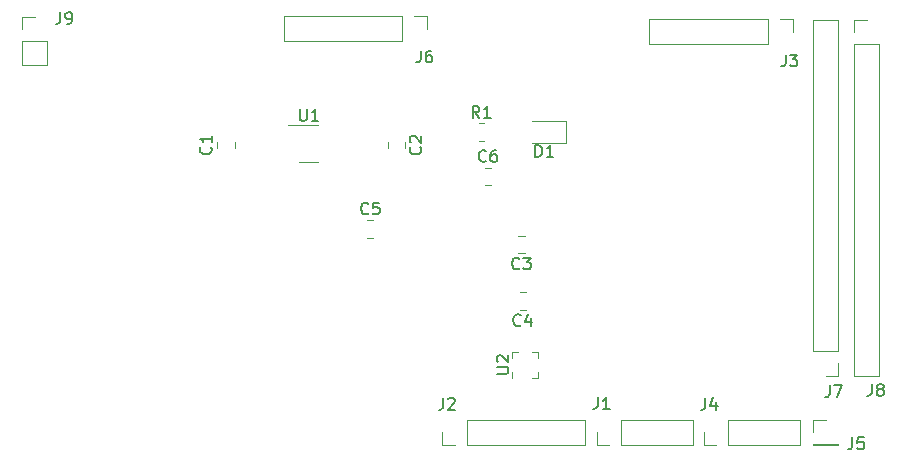
<source format=gbr>
%TF.GenerationSoftware,KiCad,Pcbnew,(6.0.0)*%
%TF.CreationDate,2023-10-14T17:08:09-04:00*%
%TF.ProjectId,Shield_Pins,53686965-6c64-45f5-9069-6e732e6b6963,rev?*%
%TF.SameCoordinates,Original*%
%TF.FileFunction,Legend,Top*%
%TF.FilePolarity,Positive*%
%FSLAX46Y46*%
G04 Gerber Fmt 4.6, Leading zero omitted, Abs format (unit mm)*
G04 Created by KiCad (PCBNEW (6.0.0)) date 2023-10-14 17:08:09*
%MOMM*%
%LPD*%
G01*
G04 APERTURE LIST*
%ADD10C,0.150000*%
%ADD11C,0.120000*%
G04 APERTURE END LIST*
D10*
%TO.C,J4*%
X149966666Y-103502380D02*
X149966666Y-104216666D01*
X149919047Y-104359523D01*
X149823809Y-104454761D01*
X149680952Y-104502380D01*
X149585714Y-104502380D01*
X150871428Y-103835714D02*
X150871428Y-104502380D01*
X150633333Y-103454761D02*
X150395238Y-104169047D01*
X151014285Y-104169047D01*
%TO.C,U1*%
X115638095Y-79052380D02*
X115638095Y-79861904D01*
X115685714Y-79957142D01*
X115733333Y-80004761D01*
X115828571Y-80052380D01*
X116019047Y-80052380D01*
X116114285Y-80004761D01*
X116161904Y-79957142D01*
X116209523Y-79861904D01*
X116209523Y-79052380D01*
X117209523Y-80052380D02*
X116638095Y-80052380D01*
X116923809Y-80052380D02*
X116923809Y-79052380D01*
X116828571Y-79195238D01*
X116733333Y-79290476D01*
X116638095Y-79338095D01*
%TO.C,C2*%
X125837142Y-82266666D02*
X125884761Y-82314285D01*
X125932380Y-82457142D01*
X125932380Y-82552380D01*
X125884761Y-82695238D01*
X125789523Y-82790476D01*
X125694285Y-82838095D01*
X125503809Y-82885714D01*
X125360952Y-82885714D01*
X125170476Y-82838095D01*
X125075238Y-82790476D01*
X124980000Y-82695238D01*
X124932380Y-82552380D01*
X124932380Y-82457142D01*
X124980000Y-82314285D01*
X125027619Y-82266666D01*
X125027619Y-81885714D02*
X124980000Y-81838095D01*
X124932380Y-81742857D01*
X124932380Y-81504761D01*
X124980000Y-81409523D01*
X125027619Y-81361904D01*
X125122857Y-81314285D01*
X125218095Y-81314285D01*
X125360952Y-81361904D01*
X125932380Y-81933333D01*
X125932380Y-81314285D01*
%TO.C,J1*%
X140866666Y-103452380D02*
X140866666Y-104166666D01*
X140819047Y-104309523D01*
X140723809Y-104404761D01*
X140580952Y-104452380D01*
X140485714Y-104452380D01*
X141866666Y-104452380D02*
X141295238Y-104452380D01*
X141580952Y-104452380D02*
X141580952Y-103452380D01*
X141485714Y-103595238D01*
X141390476Y-103690476D01*
X141295238Y-103738095D01*
%TO.C,J3*%
X156766666Y-74452380D02*
X156766666Y-75166666D01*
X156719047Y-75309523D01*
X156623809Y-75404761D01*
X156480952Y-75452380D01*
X156385714Y-75452380D01*
X157147619Y-74452380D02*
X157766666Y-74452380D01*
X157433333Y-74833333D01*
X157576190Y-74833333D01*
X157671428Y-74880952D01*
X157719047Y-74928571D01*
X157766666Y-75023809D01*
X157766666Y-75261904D01*
X157719047Y-75357142D01*
X157671428Y-75404761D01*
X157576190Y-75452380D01*
X157290476Y-75452380D01*
X157195238Y-75404761D01*
X157147619Y-75357142D01*
%TO.C,J6*%
X125866666Y-74102380D02*
X125866666Y-74816666D01*
X125819047Y-74959523D01*
X125723809Y-75054761D01*
X125580952Y-75102380D01*
X125485714Y-75102380D01*
X126771428Y-74102380D02*
X126580952Y-74102380D01*
X126485714Y-74150000D01*
X126438095Y-74197619D01*
X126342857Y-74340476D01*
X126295238Y-74530952D01*
X126295238Y-74911904D01*
X126342857Y-75007142D01*
X126390476Y-75054761D01*
X126485714Y-75102380D01*
X126676190Y-75102380D01*
X126771428Y-75054761D01*
X126819047Y-75007142D01*
X126866666Y-74911904D01*
X126866666Y-74673809D01*
X126819047Y-74578571D01*
X126771428Y-74530952D01*
X126676190Y-74483333D01*
X126485714Y-74483333D01*
X126390476Y-74530952D01*
X126342857Y-74578571D01*
X126295238Y-74673809D01*
%TO.C,J2*%
X127766666Y-103502380D02*
X127766666Y-104216666D01*
X127719047Y-104359523D01*
X127623809Y-104454761D01*
X127480952Y-104502380D01*
X127385714Y-104502380D01*
X128195238Y-103597619D02*
X128242857Y-103550000D01*
X128338095Y-103502380D01*
X128576190Y-103502380D01*
X128671428Y-103550000D01*
X128719047Y-103597619D01*
X128766666Y-103692857D01*
X128766666Y-103788095D01*
X128719047Y-103930952D01*
X128147619Y-104502380D01*
X128766666Y-104502380D01*
%TO.C,C3*%
X134233333Y-92537142D02*
X134185714Y-92584761D01*
X134042857Y-92632380D01*
X133947619Y-92632380D01*
X133804761Y-92584761D01*
X133709523Y-92489523D01*
X133661904Y-92394285D01*
X133614285Y-92203809D01*
X133614285Y-92060952D01*
X133661904Y-91870476D01*
X133709523Y-91775238D01*
X133804761Y-91680000D01*
X133947619Y-91632380D01*
X134042857Y-91632380D01*
X134185714Y-91680000D01*
X134233333Y-91727619D01*
X134566666Y-91632380D02*
X135185714Y-91632380D01*
X134852380Y-92013333D01*
X134995238Y-92013333D01*
X135090476Y-92060952D01*
X135138095Y-92108571D01*
X135185714Y-92203809D01*
X135185714Y-92441904D01*
X135138095Y-92537142D01*
X135090476Y-92584761D01*
X134995238Y-92632380D01*
X134709523Y-92632380D01*
X134614285Y-92584761D01*
X134566666Y-92537142D01*
%TO.C,C6*%
X131393333Y-83427142D02*
X131345714Y-83474761D01*
X131202857Y-83522380D01*
X131107619Y-83522380D01*
X130964761Y-83474761D01*
X130869523Y-83379523D01*
X130821904Y-83284285D01*
X130774285Y-83093809D01*
X130774285Y-82950952D01*
X130821904Y-82760476D01*
X130869523Y-82665238D01*
X130964761Y-82570000D01*
X131107619Y-82522380D01*
X131202857Y-82522380D01*
X131345714Y-82570000D01*
X131393333Y-82617619D01*
X132250476Y-82522380D02*
X132060000Y-82522380D01*
X131964761Y-82570000D01*
X131917142Y-82617619D01*
X131821904Y-82760476D01*
X131774285Y-82950952D01*
X131774285Y-83331904D01*
X131821904Y-83427142D01*
X131869523Y-83474761D01*
X131964761Y-83522380D01*
X132155238Y-83522380D01*
X132250476Y-83474761D01*
X132298095Y-83427142D01*
X132345714Y-83331904D01*
X132345714Y-83093809D01*
X132298095Y-82998571D01*
X132250476Y-82950952D01*
X132155238Y-82903333D01*
X131964761Y-82903333D01*
X131869523Y-82950952D01*
X131821904Y-82998571D01*
X131774285Y-83093809D01*
%TO.C,J7*%
X160516666Y-102452380D02*
X160516666Y-103166666D01*
X160469047Y-103309523D01*
X160373809Y-103404761D01*
X160230952Y-103452380D01*
X160135714Y-103452380D01*
X160897619Y-102452380D02*
X161564285Y-102452380D01*
X161135714Y-103452380D01*
%TO.C,C1*%
X108077142Y-82266666D02*
X108124761Y-82314285D01*
X108172380Y-82457142D01*
X108172380Y-82552380D01*
X108124761Y-82695238D01*
X108029523Y-82790476D01*
X107934285Y-82838095D01*
X107743809Y-82885714D01*
X107600952Y-82885714D01*
X107410476Y-82838095D01*
X107315238Y-82790476D01*
X107220000Y-82695238D01*
X107172380Y-82552380D01*
X107172380Y-82457142D01*
X107220000Y-82314285D01*
X107267619Y-82266666D01*
X108172380Y-81314285D02*
X108172380Y-81885714D01*
X108172380Y-81600000D02*
X107172380Y-81600000D01*
X107315238Y-81695238D01*
X107410476Y-81790476D01*
X107458095Y-81885714D01*
%TO.C,C5*%
X121433333Y-87877142D02*
X121385714Y-87924761D01*
X121242857Y-87972380D01*
X121147619Y-87972380D01*
X121004761Y-87924761D01*
X120909523Y-87829523D01*
X120861904Y-87734285D01*
X120814285Y-87543809D01*
X120814285Y-87400952D01*
X120861904Y-87210476D01*
X120909523Y-87115238D01*
X121004761Y-87020000D01*
X121147619Y-86972380D01*
X121242857Y-86972380D01*
X121385714Y-87020000D01*
X121433333Y-87067619D01*
X122338095Y-86972380D02*
X121861904Y-86972380D01*
X121814285Y-87448571D01*
X121861904Y-87400952D01*
X121957142Y-87353333D01*
X122195238Y-87353333D01*
X122290476Y-87400952D01*
X122338095Y-87448571D01*
X122385714Y-87543809D01*
X122385714Y-87781904D01*
X122338095Y-87877142D01*
X122290476Y-87924761D01*
X122195238Y-87972380D01*
X121957142Y-87972380D01*
X121861904Y-87924761D01*
X121814285Y-87877142D01*
%TO.C,D1*%
X135586904Y-83102380D02*
X135586904Y-82102380D01*
X135825000Y-82102380D01*
X135967857Y-82150000D01*
X136063095Y-82245238D01*
X136110714Y-82340476D01*
X136158333Y-82530952D01*
X136158333Y-82673809D01*
X136110714Y-82864285D01*
X136063095Y-82959523D01*
X135967857Y-83054761D01*
X135825000Y-83102380D01*
X135586904Y-83102380D01*
X137110714Y-83102380D02*
X136539285Y-83102380D01*
X136825000Y-83102380D02*
X136825000Y-82102380D01*
X136729761Y-82245238D01*
X136634523Y-82340476D01*
X136539285Y-82388095D01*
%TO.C,R1*%
X130833333Y-79802380D02*
X130500000Y-79326190D01*
X130261904Y-79802380D02*
X130261904Y-78802380D01*
X130642857Y-78802380D01*
X130738095Y-78850000D01*
X130785714Y-78897619D01*
X130833333Y-78992857D01*
X130833333Y-79135714D01*
X130785714Y-79230952D01*
X130738095Y-79278571D01*
X130642857Y-79326190D01*
X130261904Y-79326190D01*
X131785714Y-79802380D02*
X131214285Y-79802380D01*
X131500000Y-79802380D02*
X131500000Y-78802380D01*
X131404761Y-78945238D01*
X131309523Y-79040476D01*
X131214285Y-79088095D01*
%TO.C,C4*%
X134333333Y-97337142D02*
X134285714Y-97384761D01*
X134142857Y-97432380D01*
X134047619Y-97432380D01*
X133904761Y-97384761D01*
X133809523Y-97289523D01*
X133761904Y-97194285D01*
X133714285Y-97003809D01*
X133714285Y-96860952D01*
X133761904Y-96670476D01*
X133809523Y-96575238D01*
X133904761Y-96480000D01*
X134047619Y-96432380D01*
X134142857Y-96432380D01*
X134285714Y-96480000D01*
X134333333Y-96527619D01*
X135190476Y-96765714D02*
X135190476Y-97432380D01*
X134952380Y-96384761D02*
X134714285Y-97099047D01*
X135333333Y-97099047D01*
%TO.C,J8*%
X164066666Y-102352380D02*
X164066666Y-103066666D01*
X164019047Y-103209523D01*
X163923809Y-103304761D01*
X163780952Y-103352380D01*
X163685714Y-103352380D01*
X164685714Y-102780952D02*
X164590476Y-102733333D01*
X164542857Y-102685714D01*
X164495238Y-102590476D01*
X164495238Y-102542857D01*
X164542857Y-102447619D01*
X164590476Y-102400000D01*
X164685714Y-102352380D01*
X164876190Y-102352380D01*
X164971428Y-102400000D01*
X165019047Y-102447619D01*
X165066666Y-102542857D01*
X165066666Y-102590476D01*
X165019047Y-102685714D01*
X164971428Y-102733333D01*
X164876190Y-102780952D01*
X164685714Y-102780952D01*
X164590476Y-102828571D01*
X164542857Y-102876190D01*
X164495238Y-102971428D01*
X164495238Y-103161904D01*
X164542857Y-103257142D01*
X164590476Y-103304761D01*
X164685714Y-103352380D01*
X164876190Y-103352380D01*
X164971428Y-103304761D01*
X165019047Y-103257142D01*
X165066666Y-103161904D01*
X165066666Y-102971428D01*
X165019047Y-102876190D01*
X164971428Y-102828571D01*
X164876190Y-102780952D01*
%TO.C,U2*%
X132302380Y-101461904D02*
X133111904Y-101461904D01*
X133207142Y-101414285D01*
X133254761Y-101366666D01*
X133302380Y-101271428D01*
X133302380Y-101080952D01*
X133254761Y-100985714D01*
X133207142Y-100938095D01*
X133111904Y-100890476D01*
X132302380Y-100890476D01*
X132397619Y-100461904D02*
X132350000Y-100414285D01*
X132302380Y-100319047D01*
X132302380Y-100080952D01*
X132350000Y-99985714D01*
X132397619Y-99938095D01*
X132492857Y-99890476D01*
X132588095Y-99890476D01*
X132730952Y-99938095D01*
X133302380Y-100509523D01*
X133302380Y-99890476D01*
%TO.C,J5*%
X162416666Y-106852380D02*
X162416666Y-107566666D01*
X162369047Y-107709523D01*
X162273809Y-107804761D01*
X162130952Y-107852380D01*
X162035714Y-107852380D01*
X163369047Y-106852380D02*
X162892857Y-106852380D01*
X162845238Y-107328571D01*
X162892857Y-107280952D01*
X162988095Y-107233333D01*
X163226190Y-107233333D01*
X163321428Y-107280952D01*
X163369047Y-107328571D01*
X163416666Y-107423809D01*
X163416666Y-107661904D01*
X163369047Y-107757142D01*
X163321428Y-107804761D01*
X163226190Y-107852380D01*
X162988095Y-107852380D01*
X162892857Y-107804761D01*
X162845238Y-107757142D01*
%TO.C,J9*%
X95366666Y-70852380D02*
X95366666Y-71566666D01*
X95319047Y-71709523D01*
X95223809Y-71804761D01*
X95080952Y-71852380D01*
X94985714Y-71852380D01*
X95890476Y-71852380D02*
X96080952Y-71852380D01*
X96176190Y-71804761D01*
X96223809Y-71757142D01*
X96319047Y-71614285D01*
X96366666Y-71423809D01*
X96366666Y-71042857D01*
X96319047Y-70947619D01*
X96271428Y-70900000D01*
X96176190Y-70852380D01*
X95985714Y-70852380D01*
X95890476Y-70900000D01*
X95842857Y-70947619D01*
X95795238Y-71042857D01*
X95795238Y-71280952D01*
X95842857Y-71376190D01*
X95890476Y-71423809D01*
X95985714Y-71471428D01*
X96176190Y-71471428D01*
X96271428Y-71423809D01*
X96319047Y-71376190D01*
X96366666Y-71280952D01*
D11*
%TO.C,J4*%
X150900000Y-107485000D02*
X149840000Y-107485000D01*
X157960000Y-107485000D02*
X157960000Y-105365000D01*
X151900000Y-105365000D02*
X157960000Y-105365000D01*
X151900000Y-107485000D02*
X151900000Y-105365000D01*
X151900000Y-107485000D02*
X157960000Y-107485000D01*
X149840000Y-107485000D02*
X149840000Y-106425000D01*
%TO.C,U1*%
X116400000Y-83560000D02*
X117200000Y-83560000D01*
X116400000Y-80440000D02*
X117200000Y-80440000D01*
X116400000Y-80440000D02*
X114600000Y-80440000D01*
X116400000Y-83560000D02*
X115600000Y-83560000D01*
%TO.C,C2*%
X124535000Y-81838748D02*
X124535000Y-82361252D01*
X123065000Y-81838748D02*
X123065000Y-82361252D01*
%TO.C,J1*%
X142825000Y-107485000D02*
X148885000Y-107485000D01*
X142825000Y-107485000D02*
X142825000Y-105365000D01*
X141825000Y-107485000D02*
X140765000Y-107485000D01*
X142825000Y-105365000D02*
X148885000Y-105365000D01*
X148885000Y-107485000D02*
X148885000Y-105365000D01*
X140765000Y-107485000D02*
X140765000Y-106425000D01*
%TO.C,J3*%
X155300000Y-71440000D02*
X155300000Y-73560000D01*
X155300000Y-73560000D02*
X145240000Y-73560000D01*
X156300000Y-71440000D02*
X157360000Y-71440000D01*
X157360000Y-71440000D02*
X157360000Y-72500000D01*
X145240000Y-71440000D02*
X145240000Y-73560000D01*
X155300000Y-71440000D02*
X145240000Y-71440000D01*
%TO.C,J6*%
X124325000Y-73335000D02*
X114265000Y-73335000D01*
X126385000Y-71215000D02*
X126385000Y-72275000D01*
X124325000Y-71215000D02*
X124325000Y-73335000D01*
X125325000Y-71215000D02*
X126385000Y-71215000D01*
X114265000Y-71215000D02*
X114265000Y-73335000D01*
X124325000Y-71215000D02*
X114265000Y-71215000D01*
%TO.C,J2*%
X128750000Y-107485000D02*
X127690000Y-107485000D01*
X129750000Y-107485000D02*
X129750000Y-105365000D01*
X129750000Y-105365000D02*
X139810000Y-105365000D01*
X129750000Y-107485000D02*
X139810000Y-107485000D01*
X127690000Y-107485000D02*
X127690000Y-106425000D01*
X139810000Y-107485000D02*
X139810000Y-105365000D01*
%TO.C,C3*%
X134661252Y-91235000D02*
X134138748Y-91235000D01*
X134661252Y-89765000D02*
X134138748Y-89765000D01*
%TO.C,C6*%
X131298748Y-84015000D02*
X131821252Y-84015000D01*
X131298748Y-85485000D02*
X131821252Y-85485000D01*
%TO.C,J7*%
X161235000Y-101635000D02*
X160175000Y-101635000D01*
X161235000Y-71515000D02*
X159115000Y-71515000D01*
X161235000Y-99575000D02*
X159115000Y-99575000D01*
X161235000Y-100575000D02*
X161235000Y-101635000D01*
X159115000Y-99575000D02*
X159115000Y-71515000D01*
X161235000Y-99575000D02*
X161235000Y-71515000D01*
%TO.C,C1*%
X108665000Y-82361252D02*
X108665000Y-81838748D01*
X110135000Y-82361252D02*
X110135000Y-81838748D01*
%TO.C,C5*%
X121338748Y-89935000D02*
X121861252Y-89935000D01*
X121338748Y-88465000D02*
X121861252Y-88465000D01*
%TO.C,D1*%
X138185000Y-80040000D02*
X135325000Y-80040000D01*
X138185000Y-81960000D02*
X138185000Y-80040000D01*
X135325000Y-81960000D02*
X138185000Y-81960000D01*
%TO.C,R1*%
X130772936Y-81735000D02*
X131227064Y-81735000D01*
X130772936Y-80265000D02*
X131227064Y-80265000D01*
%TO.C,C4*%
X134761252Y-96035000D02*
X134238748Y-96035000D01*
X134761252Y-94565000D02*
X134238748Y-94565000D01*
%TO.C,J8*%
X162565000Y-73575000D02*
X164685000Y-73575000D01*
X164685000Y-73575000D02*
X164685000Y-101635000D01*
X162565000Y-71515000D02*
X163625000Y-71515000D01*
X162565000Y-101635000D02*
X164685000Y-101635000D01*
X162565000Y-73575000D02*
X162565000Y-101635000D01*
X162565000Y-72575000D02*
X162565000Y-71515000D01*
%TO.C,U2*%
X135800000Y-101800000D02*
X135300000Y-101800000D01*
X135800000Y-101300000D02*
X135800000Y-101800000D01*
X133600000Y-100100000D02*
X133600000Y-99600000D01*
X135800000Y-99600000D02*
X135800000Y-100100000D01*
X135300000Y-99600000D02*
X135800000Y-99600000D01*
X135800000Y-100100000D02*
X135800000Y-100100000D01*
X135300000Y-101800000D02*
X135300000Y-101800000D01*
X133600000Y-99600000D02*
X134100000Y-99600000D01*
X133600000Y-101300000D02*
X133600000Y-101800000D01*
X133600000Y-101800000D02*
X133600000Y-101800000D01*
X134100000Y-99600000D02*
X134100000Y-99600000D01*
%TO.C,J5*%
X159090000Y-107425000D02*
X159090000Y-107485000D01*
X161210000Y-107425000D02*
X161210000Y-107485000D01*
X159090000Y-107485000D02*
X161210000Y-107485000D01*
X159090000Y-107425000D02*
X161210000Y-107425000D01*
X159090000Y-106425000D02*
X159090000Y-105365000D01*
X159090000Y-105365000D02*
X160150000Y-105365000D01*
%TO.C,J9*%
X92140000Y-73300000D02*
X92140000Y-75360000D01*
X92140000Y-73300000D02*
X94260000Y-73300000D01*
X92140000Y-71240000D02*
X93200000Y-71240000D01*
X92140000Y-72300000D02*
X92140000Y-71240000D01*
X94260000Y-73300000D02*
X94260000Y-75360000D01*
X92140000Y-75360000D02*
X94260000Y-75360000D01*
%TD*%
M02*

</source>
